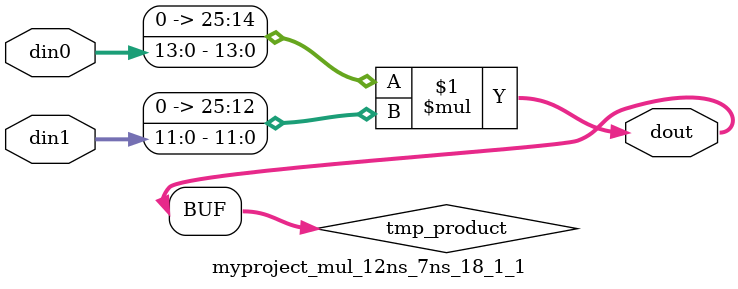
<source format=v>

`timescale 1 ns / 1 ps

 module myproject_mul_12ns_7ns_18_1_1(din0, din1, dout);
parameter ID = 1;
parameter NUM_STAGE = 0;
parameter din0_WIDTH = 14;
parameter din1_WIDTH = 12;
parameter dout_WIDTH = 26;

input [din0_WIDTH - 1 : 0] din0; 
input [din1_WIDTH - 1 : 0] din1; 
output [dout_WIDTH - 1 : 0] dout;

wire signed [dout_WIDTH - 1 : 0] tmp_product;
























assign tmp_product = $signed({1'b0, din0}) * $signed({1'b0, din1});











assign dout = tmp_product;





















endmodule

</source>
